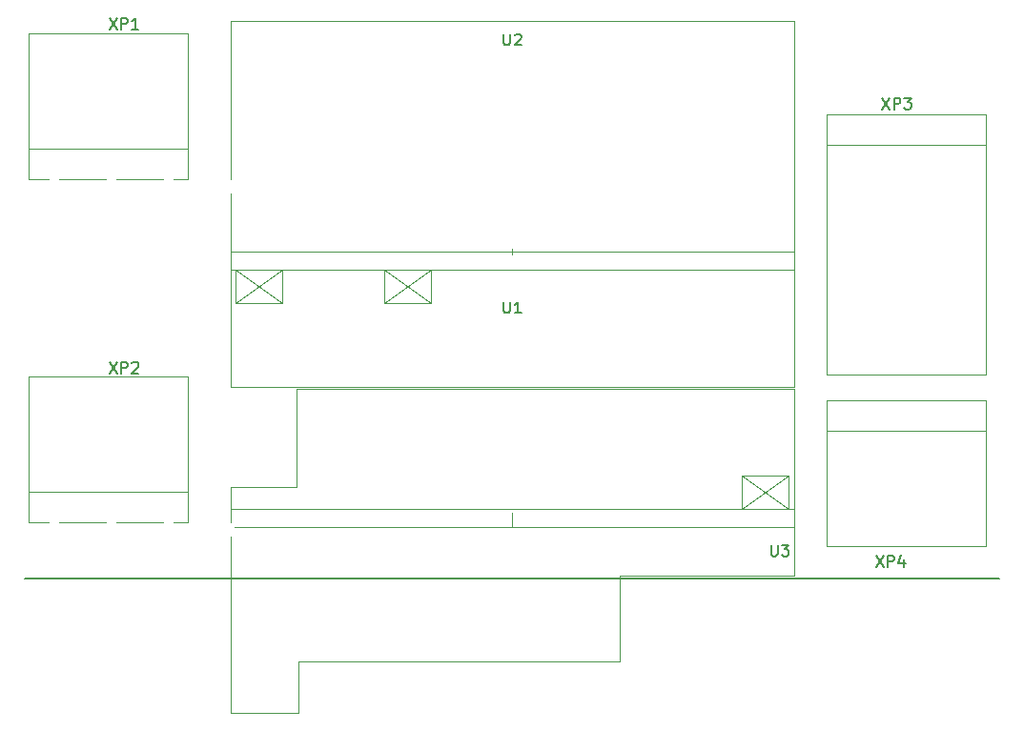
<source format=gbr>
%TF.GenerationSoftware,KiCad,Pcbnew,(5.1.10)-1*%
%TF.CreationDate,2022-01-18T17:34:44+07:00*%
%TF.ProjectId,Mother_module_v3,4d6f7468-6572-45f6-9d6f-64756c655f76,rev?*%
%TF.SameCoordinates,Original*%
%TF.FileFunction,Legend,Top*%
%TF.FilePolarity,Positive*%
%FSLAX46Y46*%
G04 Gerber Fmt 4.6, Leading zero omitted, Abs format (unit mm)*
G04 Created by KiCad (PCBNEW (5.1.10)-1) date 2022-01-18 17:34:44*
%MOMM*%
%LPD*%
G01*
G04 APERTURE LIST*
%ADD10C,0.150000*%
%ADD11C,0.120000*%
%ADD12C,0.050000*%
%ADD13R,1.700000X1.700000*%
%ADD14C,1.600000*%
%ADD15O,1.800000X2.400000*%
%ADD16R,1.800000X2.400000*%
%ADD17C,1.900000*%
%ADD18R,1.900000X1.900000*%
G04 APERTURE END LIST*
D10*
X56750000Y-125000000D02*
X143249640Y-125000000D01*
D11*
%TO.C,U3*%
X80800000Y-116877000D02*
X80800000Y-108158000D01*
X75000000Y-116877000D02*
X80800000Y-116877000D01*
X75000000Y-136977000D02*
X81000000Y-136977000D01*
X81000000Y-132415000D02*
X81000000Y-136977000D01*
X125000000Y-124777000D02*
X109500000Y-124777000D01*
X109500000Y-132415000D02*
X109500000Y-124777000D01*
X124544000Y-115877000D02*
X120414000Y-118877000D01*
X120414000Y-115877000D02*
X124544000Y-115877000D01*
X124544000Y-118877000D02*
X120414000Y-115877000D01*
X100000000Y-120477000D02*
X100000000Y-119207000D01*
X125000000Y-108158000D02*
X125000000Y-124777000D01*
X109500000Y-132415000D02*
X81000000Y-132415000D01*
X75000000Y-136977000D02*
X75000000Y-116877000D01*
X80800000Y-108158000D02*
X125000000Y-108158000D01*
X125000000Y-120477000D02*
X75000000Y-120477000D01*
X125000000Y-118877000D02*
X75000000Y-118877000D01*
X124544000Y-115877000D02*
X124544000Y-118877000D01*
X120414000Y-115877000D02*
X120414000Y-118877000D01*
%TO.C,U2*%
X79586000Y-97600000D02*
X75456000Y-100600000D01*
X75456000Y-97600000D02*
X79586000Y-97600000D01*
X79586000Y-100600000D02*
X75456000Y-97600000D01*
X75456000Y-100600000D02*
X75456000Y-97600000D01*
X100000000Y-96254000D02*
X100000000Y-95746000D01*
X125000000Y-97600000D02*
X75000000Y-97600000D01*
X125000000Y-96000000D02*
X75000000Y-96000000D01*
X75000000Y-108000000D02*
X125000000Y-108000000D01*
X75000000Y-75500000D02*
X75000000Y-108000000D01*
X125000000Y-75500000D02*
X75000000Y-75500000D01*
X125000000Y-108000000D02*
X125000000Y-75500000D01*
X79586000Y-100600000D02*
X79586000Y-97600000D01*
X75456000Y-100600000D02*
X79586000Y-100600000D01*
X92794000Y-97600000D02*
X88664000Y-100600000D01*
X88664000Y-97600000D02*
X92794000Y-97600000D01*
X92794000Y-100600000D02*
X88664000Y-97600000D01*
X88664000Y-100600000D02*
X88664000Y-97600000D01*
X92794000Y-100600000D02*
X92794000Y-97600000D01*
X88664000Y-100600000D02*
X92794000Y-100600000D01*
D12*
%TO.C,XP4*%
X127945000Y-111910000D02*
X142042000Y-111910000D01*
D11*
X127945000Y-122197000D02*
X127945000Y-109243000D01*
X127945000Y-109243000D02*
X142079000Y-109243000D01*
X142079000Y-109243000D02*
X142079000Y-122197000D01*
X142079000Y-122197000D02*
X127945000Y-122197000D01*
D12*
%TO.C,XP2*%
X71193000Y-117370000D02*
X57096000Y-117370000D01*
D11*
X71193000Y-107083000D02*
X71193000Y-120037000D01*
X71193000Y-120037000D02*
X57059000Y-120037000D01*
X57059000Y-120037000D02*
X57059000Y-107083000D01*
X57059000Y-107083000D02*
X71193000Y-107083000D01*
D12*
%TO.C,XP3*%
X127945000Y-86510000D02*
X142042000Y-86510000D01*
D11*
X127945000Y-106957000D02*
X127945000Y-83843000D01*
X127945000Y-83843000D02*
X142079000Y-83843000D01*
X142079000Y-83843000D02*
X142079000Y-106957000D01*
X142079000Y-106957000D02*
X127945000Y-106957000D01*
%TO.C,XP1*%
X57059000Y-76603000D02*
X71193000Y-76603000D01*
X57059000Y-89557000D02*
X57059000Y-76603000D01*
X71193000Y-89557000D02*
X57059000Y-89557000D01*
X71193000Y-76603000D02*
X71193000Y-89557000D01*
D12*
X71193000Y-86890000D02*
X57096000Y-86890000D01*
%TO.C,U3*%
D10*
X122987095Y-122058380D02*
X122987095Y-122867904D01*
X123034714Y-122963142D01*
X123082333Y-123010761D01*
X123177571Y-123058380D01*
X123368047Y-123058380D01*
X123463285Y-123010761D01*
X123510904Y-122963142D01*
X123558523Y-122867904D01*
X123558523Y-122058380D01*
X123939476Y-122058380D02*
X124558523Y-122058380D01*
X124225190Y-122439333D01*
X124368047Y-122439333D01*
X124463285Y-122486952D01*
X124510904Y-122534571D01*
X124558523Y-122629809D01*
X124558523Y-122867904D01*
X124510904Y-122963142D01*
X124463285Y-123010761D01*
X124368047Y-123058380D01*
X124082333Y-123058380D01*
X123987095Y-123010761D01*
X123939476Y-122963142D01*
%TO.C,U2*%
X99238095Y-76656380D02*
X99238095Y-77465904D01*
X99285714Y-77561142D01*
X99333333Y-77608761D01*
X99428571Y-77656380D01*
X99619047Y-77656380D01*
X99714285Y-77608761D01*
X99761904Y-77561142D01*
X99809523Y-77465904D01*
X99809523Y-76656380D01*
X100238095Y-76751619D02*
X100285714Y-76704000D01*
X100380952Y-76656380D01*
X100619047Y-76656380D01*
X100714285Y-76704000D01*
X100761904Y-76751619D01*
X100809523Y-76846857D01*
X100809523Y-76942095D01*
X100761904Y-77084952D01*
X100190476Y-77656380D01*
X100809523Y-77656380D01*
%TO.C,U1*%
X99238095Y-100452380D02*
X99238095Y-101261904D01*
X99285714Y-101357142D01*
X99333333Y-101404761D01*
X99428571Y-101452380D01*
X99619047Y-101452380D01*
X99714285Y-101404761D01*
X99761904Y-101357142D01*
X99809523Y-101261904D01*
X99809523Y-100452380D01*
X100809523Y-101452380D02*
X100238095Y-101452380D01*
X100523809Y-101452380D02*
X100523809Y-100452380D01*
X100428571Y-100595238D01*
X100333333Y-100690476D01*
X100238095Y-100738095D01*
%TO.C,XP4*%
X132295476Y-122982380D02*
X132962142Y-123982380D01*
X132962142Y-122982380D02*
X132295476Y-123982380D01*
X133343095Y-123982380D02*
X133343095Y-122982380D01*
X133724047Y-122982380D01*
X133819285Y-123030000D01*
X133866904Y-123077619D01*
X133914523Y-123172857D01*
X133914523Y-123315714D01*
X133866904Y-123410952D01*
X133819285Y-123458571D01*
X133724047Y-123506190D01*
X133343095Y-123506190D01*
X134771666Y-123315714D02*
X134771666Y-123982380D01*
X134533571Y-122934761D02*
X134295476Y-123649047D01*
X134914523Y-123649047D01*
%TO.C,XP2*%
X64223476Y-105802380D02*
X64890142Y-106802380D01*
X64890142Y-105802380D02*
X64223476Y-106802380D01*
X65271095Y-106802380D02*
X65271095Y-105802380D01*
X65652047Y-105802380D01*
X65747285Y-105850000D01*
X65794904Y-105897619D01*
X65842523Y-105992857D01*
X65842523Y-106135714D01*
X65794904Y-106230952D01*
X65747285Y-106278571D01*
X65652047Y-106326190D01*
X65271095Y-106326190D01*
X66223476Y-105897619D02*
X66271095Y-105850000D01*
X66366333Y-105802380D01*
X66604428Y-105802380D01*
X66699666Y-105850000D01*
X66747285Y-105897619D01*
X66794904Y-105992857D01*
X66794904Y-106088095D01*
X66747285Y-106230952D01*
X66175857Y-106802380D01*
X66794904Y-106802380D01*
%TO.C,XP3*%
X132853476Y-82342380D02*
X133520142Y-83342380D01*
X133520142Y-82342380D02*
X132853476Y-83342380D01*
X133901095Y-83342380D02*
X133901095Y-82342380D01*
X134282047Y-82342380D01*
X134377285Y-82390000D01*
X134424904Y-82437619D01*
X134472523Y-82532857D01*
X134472523Y-82675714D01*
X134424904Y-82770952D01*
X134377285Y-82818571D01*
X134282047Y-82866190D01*
X133901095Y-82866190D01*
X134805857Y-82342380D02*
X135424904Y-82342380D01*
X135091571Y-82723333D01*
X135234428Y-82723333D01*
X135329666Y-82770952D01*
X135377285Y-82818571D01*
X135424904Y-82913809D01*
X135424904Y-83151904D01*
X135377285Y-83247142D01*
X135329666Y-83294761D01*
X135234428Y-83342380D01*
X134948714Y-83342380D01*
X134853476Y-83294761D01*
X134805857Y-83247142D01*
%TO.C,XP1*%
X64223476Y-75230380D02*
X64890142Y-76230380D01*
X64890142Y-75230380D02*
X64223476Y-76230380D01*
X65271095Y-76230380D02*
X65271095Y-75230380D01*
X65652047Y-75230380D01*
X65747285Y-75278000D01*
X65794904Y-75325619D01*
X65842523Y-75420857D01*
X65842523Y-75563714D01*
X65794904Y-75658952D01*
X65747285Y-75706571D01*
X65652047Y-75754190D01*
X65271095Y-75754190D01*
X66794904Y-76230380D02*
X66223476Y-76230380D01*
X66509190Y-76230380D02*
X66509190Y-75230380D01*
X66413952Y-75373238D01*
X66318714Y-75468476D01*
X66223476Y-75516095D01*
%TD*%
%LPC*%
D13*
%TO.C,U3*%
X98650000Y-112827000D03*
D14*
X93650000Y-112827000D03*
%TD*%
D15*
%TO.C,U2*%
X118699500Y-103620000D03*
X113699500Y-103620000D03*
X108699500Y-103620000D03*
X81441500Y-103620000D03*
D16*
X76441500Y-103620000D03*
D15*
X123699500Y-103620000D03*
%TD*%
D17*
%TO.C,XP4*%
X137492000Y-114640000D03*
X129972000Y-114640000D03*
D18*
X137492000Y-119720000D03*
D17*
X129972000Y-119720000D03*
%TD*%
%TO.C,XP2*%
X61646000Y-114640000D03*
X69166000Y-114640000D03*
D18*
X61646000Y-109560000D03*
D17*
X69166000Y-109560000D03*
%TD*%
D14*
%TO.C,RV2*%
X76437000Y-110494000D03*
X78537000Y-115494000D03*
%TD*%
%TO.C,F2*%
X69520000Y-120701000D03*
X59360000Y-120701000D03*
X74600000Y-120701000D03*
X64440000Y-120701000D03*
%TD*%
D17*
%TO.C,XP3*%
X137492000Y-89240000D03*
X129972000Y-89240000D03*
X137492000Y-94320000D03*
X129972000Y-94320000D03*
X137492000Y-99400000D03*
X129972000Y-99400000D03*
D18*
X137492000Y-104480000D03*
D17*
X129972000Y-104480000D03*
%TD*%
%TO.C,XP1*%
X61646000Y-84160000D03*
X69166000Y-84160000D03*
D18*
X61646000Y-79080000D03*
D17*
X69166000Y-79080000D03*
%TD*%
D14*
%TO.C,RV1*%
X78838000Y-94285000D03*
X73838000Y-96385000D03*
%TD*%
%TO.C,F1*%
X69520000Y-90221000D03*
X59360000Y-90221000D03*
X74600000Y-90221000D03*
X64440000Y-90221000D03*
%TD*%
M02*

</source>
